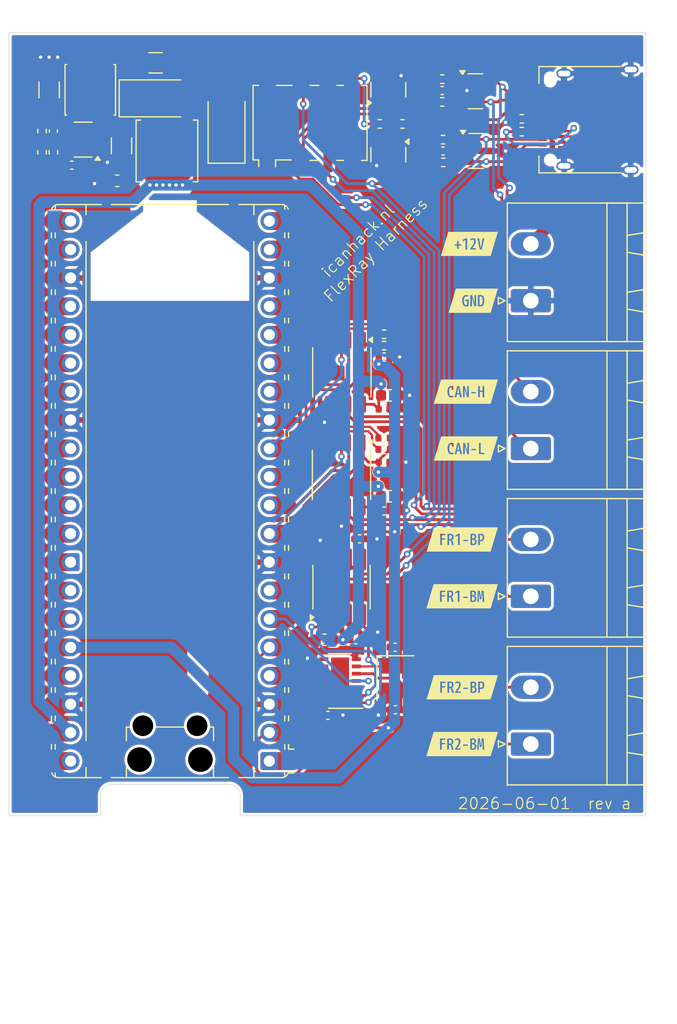
<source format=kicad_pcb>
(kicad_pcb (version 20241229) (generator "pcbnew") (generator_version "9.0")
  (layers (0 "F.Cu" signal) (2 "B.Cu" signal) (13 "F.Paste" user) (15 "B.Paste" user) (5 "F.SilkS" user "F.Silkscreen") (7 "B.SilkS" user "B.Silkscreen") (1 "F.Mask" user) (3 "B.Mask" user) (25 "Edge.Cuts" user))
  (net 0 "")
  (net 1 "/FR1_TXD")
  (net 2 "GND")
  (net 4 "/FR2_TXD")
  (net 5 "/CAN.CS")
  (net 17 "/CAN.MISO")
  (net 21 "/FR2_RXD")
  (net 23 "/FR1_TXEN")
  (net 24 "+5V")
  (net 28 "/CAN.INT")
  (net 30 "+3.3V")
  (net 37 "/FR2_TXEN")
  (net 40 "/CAN.MOSI")
  (net 45 "/FR1_RXD")
  (net 46 "/CAN.SCLK")
  (net 55 "+12V")
  (net 56 "Net-(U9-BOOT)")
  (net 57 "Net-(U9-SW)")
  (net 58 "Net-(U9-FB)")
  (net 59 "Net-(C3-Pad1)")
  (net 60 "Net-(D2-K)")
  (net 61 "Net-(C19-Pad1)")
  (net 62 "/CAN Transceiver/CANL")
  (net 63 "/CAN Transceiver/CANH")
  (net 64 "Net-(U6-OSC2)")
  (net 65 "Net-(U6-OSC1)")
  (net 66 "Net-(D2-A)")
  (net 67 "/OBD-C/CAN1-H")
  (net 68 "/OBD-C/CAN1-L")
  (net 69 "+BATT")
  (net 70 "/BP1")
  (net 71 "/BM1")
  (net 72 "/BP2")
  (net 73 "Net-(U1-STBN)")
  (net 74 "Net-(U1-BGE)")
  (net 75 "Net-(U3-STBN)")
  (net 76 "Net-(U3-BGE)")
  (net 83 "/CAN Controller/RXCAN")
  (net 84 "/CAN Controller/TXCAN")
  (net 93 "/BM2")
  (net 96 "Net-(J6-SBU2)")
  (net 101 "/RELAY")
  (net 104 "Net-(K2-Pad5)")
  (net 106 "Net-(C20-Pad1)")
  (footprint "Module:RaspberryPi_Pico_Common_Unspecified" (layer "F.Cu") (at 80.41 59.99 180)
    (property "Reference" "A1" (hide yes))
    (property "Value" "RaspberryPi_Pico")
  )
  (footprint "Capacitor_SMD:C_0402_1005Metric" (layer "F.Cu") (at 99.568 57.407824)
    (property "Reference" "C32" (hide yes))
    (property "Value" "100n")
  )
  (footprint "kibuzzard-6823347F" (layer "F.Cu") (at 106.563274 64.313)
    (property "Reference" "kibuzzard-6823347F" (hide yes))
    (property "Value" "G***" (hide yes))
  )
  (footprint "Connector_USB:USB_C_Receptacle_Amphenol_12401610E4-2A" (layer "F.Cu") (at 118.8 26.8 90)
    (property "Reference" "J6" (hide yes))
    (property "Value" "USB_C_Receptacle")
  )
  (footprint "kibuzzard-68233446" (layer "F.Cu") (at 107.548205 42.977)
    (property "Reference" "kibuzzard-68233446" (hide yes))
    (property "Value" "G***" (hide yes))
  )
  (footprint "kibuzzard-68233439" (layer "F.Cu") (at 107.206424 37.897)
    (property "Reference" "kibuzzard-68233439" (hide yes))
    (property "Value" "G***" (hide yes))
  )
  (footprint "Resistor_SMD:R_0402_1005Metric" (layer "F.Cu") (at 104.76825 25.207)
    (property "Reference" "R27" (hide yes))
    (property "Value" "60")
  )
  (footprint "Resistor_SMD:R_0402_1005Metric" (layer "F.Cu") (at 104.76825 23.175 180)
    (property "Reference" "R28" (hide yes))
    (property "Value" "60")
  )
  (footprint "Capacitor_SMD:C_0402_1005Metric" (layer "F.Cu") (at 71.628 30.861 180)
    (property "Reference" "C2" (hide yes))
    (property "Value" "100n")
  )
  (footprint "Package_SO:TSSOP-14_4.4x5mm_P0.65mm" (layer "F.Cu") (at 95.7905 49.3705 -90)
    (property "Reference" "U1" (hide yes))
    (property "Value" "NCV7383")
  )
  (footprint "Capacitor_SMD:C_0402_1005Metric" (layer "F.Cu") (at 94.541 80.04)
    (property "Reference" "C23" (hide yes))
    (property "Value" "100n")
  )
  (footprint "Inductor_SMD:L_Sunlord_SWPA5040S" (layer "F.Cu") (at 80.137 29.591 -90)
    (property "Reference" "L4" (hide yes))
    (property "Value" "150uH/SNR5040-151MT")
  )
  (footprint "Capacitor_SMD:C_0402_1005Metric" (layer "F.Cu") (at 99.568 48.006)
    (property "Reference" "C29" (hide yes))
    (property "Value" "100n")
  )
  (footprint "Resistor_SMD:R_0402_1005Metric" (layer "F.Cu") (at 99.187 27.178)
    (property "Reference" "R33" (hide yes))
    (property "Value" "100")
  )
  (footprint "Resistor_SMD:R_0402_1005Metric" (layer "F.Cu") (at 68.961 27.813 -90)
    (property "Reference" "R12" (hide yes))
    (property "Value" "100k")
  )
  (footprint "Fuse:Fuse_1206_3216Metric" (layer "F.Cu") (at 79.121 21.717 180)
    (property "Reference" "F1" (hide yes))
    (property "Value" "250mA BSMD1206-010-60V")
  )
  (footprint "Crystal:Crystal_SMD_Abracon_ABM8G-4Pin_3.2x2.5mm" (layer "F.Cu") (at 100.584 76.708 -90)
    (property "Reference" "Y1" (hide yes))
    (property "Value" "ABM8G-40.000MHZ-4Y-T3")
  )
  (footprint "Resistor_SMD:R_0402_1005Metric" (layer "F.Cu") (at 101.219 27.178)
    (property "Reference" "R34" (hide yes))
    (property "Value" "100")
  )
  (footprint "Capacitor_SMD:C_0402_1005Metric" (layer "F.Cu") (at 100.584 79.532 180)
    (property "Reference" "C24" (hide yes))
    (property "Value" "22p")
  )
  (footprint "Capacitor_SMD:C_1206_3216Metric" (layer "F.Cu") (at 76.073 29.132 -90)
    (property "Reference" "C1" (hide yes))
    (property "Value" "10u,50v")
  )
  (footprint "snapeda:SON65P450X300X90-15N" (layer "F.Cu") (at 95.631 76.962 180)
    (property "Reference" "U6" (hide yes))
    (property "Value" "MCP2518FDT-E/QBB")
  )
  (footprint "Capacitor_SMD:C_0603_1608Metric" (layer "F.Cu") (at 94.234 73.279 180)
    (property "Reference" "C22" (hide yes))
    (property "Value" "22u")
  )
  (footprint "Diode_SMD:D_SMA" (layer "F.Cu") (at 79.375 24.892)
    (property "Reference" "D2" (hide yes))
    (property "Value" "SS34")
  )
  (footprint "Package_TO_SOT_SMD:SOT-23" (layer "F.Cu") (at 107.7935 29.594)
    (property "Reference" "D3" (hide yes))
    (property "Value" "PESD1CAN")
  )
  (footprint "kibuzzard-6823348C" (layer "F.Cu") (at 106.553 69.393)
    (property "Reference" "kibuzzard-6823348C" (hide yes))
    (property "Value" "G***" (hide yes))
  )
  (footprint "Resistor_SMD:R_0402_1005Metric" (layer "F.Cu") (at 104.8445 28.578 180)
    (property "Reference" "R26" (hide yes))
    (property "Value" "60")
  )
  (footprint "Package_TO_SOT_SMD:SOT-23" (layer "F.Cu") (at 99.949 24.13 90)
    (property "Reference" "D1" (hide yes))
    (property "Value" "PESD1FLEX")
  )
  (footprint "kibuzzard-68233457" (layer "F.Cu") (at 106.885192 51.105)
    (property "Reference" "kibuzzard-68233457" (hide yes))
    (property "Value" "G***" (hide yes))
  )
  (footprint "Capacitor_SMD:C_0603_1608Metric" (layer "F.Cu") (at 100.076 60.452)
    (property "Reference" "C34" (hide yes))
    (property "Value" "22u")
  )
  (footprint "Capacitor_SMD:C_0402_1005Metric" (layer "F.Cu") (at 99.568 52.6725)
    (property "Reference" "C30" (hide yes))
    (property "Value" "100n")
  )
  (footprint "Capacitor_SMD:C_0402_1005Metric" (layer "F.Cu") (at 99.568 61.768)
    (property "Reference" "C33" (hide yes))
    (property "Value" "100n")
  )
  (footprint "Connector_Phoenix_MSTB:PhoenixContact_MSTBA_2,5_2-G-5,08_1x02_P5.08mm_Horizontal" (layer "F.Cu") (at 112.7005 69.393 90)
    (property "Reference" "J4" (hide yes))
    (property "Value" "FR1")
  )
  (footprint "Capacitor_SMD:C_0402_1005Metric" (layer "F.Cu") (at 100.556 73.944)
    (property "Reference" "C25" (hide yes))
    (property "Value" "22p")
  )
  (footprint "Connector_Phoenix_MSTB:PhoenixContact_MSTBA_2,5_2-G-5,08_1x02_P5.08mm_Horizontal" (layer "F.Cu") (at 112.7005 82.601 90)
    (property "Reference" "J5" (hide yes))
    (property "Value" "FR2")
  )
  (footprint "Capacitor_SMD:C_1206_3216Metric" (layer "F.Cu") (at 69.596 24.13 90)
    (property "Reference" "C5" (hide yes))
    (property "Value" "10u,50v")
  )
  (footprint "Package_TO_SOT_SMD:SOT-23" (layer "F.Cu") (at 99.949 29.9235 -90)
    (property "Reference" "D4" (hide yes))
    (property "Value" "PESD1FLEX")
  )
  (footprint "Package_TO_SOT_SMD:SOT-23" (layer "F.Cu") (at 107.74525 24.257)
    (property "Reference" "D5" (hide yes))
    (property "Value" "PESD1CAN")
  )
  (footprint "Capacitor_SMD:C_0402_1005Metric" (layer "F.Cu") (at 97.028 73.279)
    (property "Reference" "C27" (hide yes))
    (property "Value" "100n")
  )
  (footprint "kibuzzard-68233495" (layer "F.Cu") (at 106.563274 77.521)
    (property "Reference" "kibuzzard-68233495" (hide yes))
    (property "Value" "G***" (hide yes))
  )
  (footprint "Connector_Phoenix_MSTB:PhoenixContact_MSTBA_2,5_2-G-5,08_1x02_P5.08mm_Horizontal" (layer "F.Cu") (at 112.7005 42.977 90)
    (property "Reference" "J3" (hide yes))
    (property "Value" "POWER")
  )
  (footprint "Resistor_SMD:R_0402_1005Metric" (layer "F.Cu") (at 69.977 29.716 -90)
    (property "Reference" "R13" (hide yes))
    (property "Value" "13.3k")
  )
  (footprint "Resistor_SMD:R_0402_1005Metric" (layer "F.Cu") (at 99.568 46.99 180)
    (property "Reference" "R17" (hide yes))
    (property "Value" "10k")
  )
  (footprint "Capacitor_SMD:C_0402_1005Metric" (layer "F.Cu") (at 97.381 64.262)
    (property "Reference" "C28" (hide yes))
    (property "Value" "100n")
  )
  (footprint "Resistor_SMD:R_0402_1005Metric" (layer "F.Cu") (at 104.8725 30.61)
    (property "Reference" "R25" (hide yes))
    (property "Value" "60")
  )
  (footprint "Resistor_SMD:R_0402_1005Metric" (layer "F.Cu") (at 68.961 29.716 90)
    (property "Reference" "R11" (hide yes))
    (property "Value" "49.9")
  )
  (footprint "Resistor_SMD:R_0402_1005Metric" (layer "F.Cu") (at 99.568 45.974 180)
    (property "Reference" "R16" (hide yes))
    (property "Value" "10k")
  )
  (footprint "Inductor_SMD:L_Changjiang_FNR4026S" (layer "F.Cu") (at 73.279 24.13 -90)
    (property "Reference" "L3" (hide yes))
    (property "Value" "47u/YNR4026-470M")
  )
  (footprint "kibuzzard-6823345E" (layer "F.Cu") (at 106.892041 56.185)
    (property "Reference" "kibuzzard-6823345E" (hide yes))
    (property "Value" "G***" (hide yes))
  )
  (footprint "kibuzzard-6823349B" (layer "F.Cu") (at 106.553 82.601)
    (property "Reference" "kibuzzard-6823349B" (hide yes))
    (property "Value" "G***" (hide yes))
  )
  (footprint "Capacitor_SMD:C_0603_1608Metric" (layer "F.Cu") (at 100.076 51.435)
    (property "Reference" "C31" (hide yes))
    (property "Value" "22u")
  )
  (footprint "Diode_SMD:D_SMA" (layer "F.Cu") (at 85.471 27.178 90)
    (property "Reference" "D6" (hide yes))
    (property "Value" "SS34")
  )
  (footprint "Capacitor_SMD:C_0402_1005Metric" (layer "F.Cu") (at 104.8445 29.594)
    (property "Reference" "C19" (hide yes))
    (property "Value" "4.7n")
  )
  (footprint "Package_SO:TSSOP-14_4.4x5mm_P0.65mm" (layer "F.Cu") (at 95.758 58.547 -90)
    (property "Reference" "U3" (hide yes))
    (property "Value" "NCV7383")
  )
  (footprint "Capacitor_SMD:C_0402_1005Metric" (layer "F.Cu") (at 104.76825 24.191)
    (property "Reference" "C20" (hide yes))
    (property "Value" "4.7n")
  )
  (footprint "Package_TO_SOT_SMD:SOT-23-6" (layer "F.Cu") (at 72.6385 28.575 180)
    (property "Reference" "U9" (hide yes))
    (property "Value" "TPS54302")
  )
  (footprint "Connector_Phoenix_MSTB:PhoenixContact_MSTBA_2,5_2-G-5,08_1x02_P5.08mm_Horizontal" (layer "F.Cu") (at 112.7005 56.185 90)
    (property "Reference" "J2" (hide yes))
    (property "Value" "CAN")
  )
  (footprint "Resistor_SMD:R_0402_1005Metric" (layer "F.Cu") (at 111.89 26.7215 180)
    (property "Reference" "R21" (hide yes))
    (property "Value" "180")
  )
  (footprint "Resistor_SMD:R_0402_1005Metric" (layer "F.Cu") (at 99.568 55.248824 180)
    (property "Reference" "R18" (hide yes))
    (property "Value" "10k")
  )
  (footprint "Resistor_SMD:R_0402_1005Metric" (layer "F.Cu") (at 111.89 27.8645)
    (property "Reference" "R20" (hide yes))
    (property "Value" "1k")
  )
  (footprint "Capacitor_SMD:C_0603_1608Metric" (layer "F.Cu") (at 75.692 32.258 180)
    (property "Reference" "C4" (hide yes))
    (property "Value" "10u")
  )
  (footprint "Capacitor_SMD:C_0402_1005Metric" (layer "F.Cu") (at 69.977 27.811 -90)
    (property "Reference" "C3" (hide yes))
    (property "Value" "75p")
  )
  (footprint "Package_SO:SOIC-8_3.9x4.9mm_P1.27mm" (layer "F.Cu") (at 95.758 68.58 90)
    (property "Reference" "U2" (hide yes))
    (property "Value" "ATA6561-GAQW-N")
  )
  (footprint "Resistor_SMD:R_0402_1005Metric" (layer "F.Cu") (at 99.568 56.264824 180)
    (property "Reference" "R19" (hide yes))
    (property "Value" "10k")
  )
  (footprint "Relay_SMD:Relay_DPDT_Omron_G6K-2F-Y" (layer "F.Cu") (at 92.9415 27.0945 90)
    (property "Reference" "K2" (hide yes))
    (property "Value" "G6K-2")
  )
  (gr_line (start 86.7 87.2) (end 86.7 89) (stroke (width 0.05)) (layer "Edge.Cuts"))
  (gr_line (start 123 19) (end 123 89) (stroke (width 0.05)) (layer "Edge.Cuts"))
  (gr_line (start 75.2 86.2) (end 85.7 86.2) (stroke (width 0.05)) (layer "Edge.Cuts"))
  (gr_arc (start 74.2 87.2) (mid 74.492893 86.492893) (end 75.2 86.2) (stroke (width 0.05)) (layer "Edge.Cuts"))
  (gr_line (start 74.2 89) (end 66 89) (stroke (width 0.05)) (layer "Edge.Cuts"))
  (gr_line (start 86.7 89) (end 123 89) (stroke (width 0.05)) (layer "Edge.Cuts"))
  (gr_line (start 74.2 87.2) (end 74.2 89) (stroke (width 0.05)) (layer "Edge.Cuts"))
  (gr_arc (start 85.7 86.2) (mid 86.407107 86.492893) (end 86.7 87.2) (stroke (width 0.05)) (layer "Edge.Cuts"))
  (gr_line (start 66 89) (end 66 19) (stroke (width 0.05)) (layer "Edge.Cuts"))
  (gr_line (start 123 19) (end 66 19) (stroke (width 0.05)) (layer "Edge.Cuts"))
  (gr_text "FlexRay Harness" (at 94.8 43.3 45) (layer "F.SilkS") (effects (font (size 1 1) (thickness 0.1)) (justify left bottom)))
  (gr_text "icanhack.nl" (at 94.6 41.1 45) (layer "F.SilkS") (effects (font (size 1 1) (thickness 0.1)) (justify left bottom)))
  (gr_text "${CURRENT_DATE}  rev a" (at 106.1 88.5 0) (layer "F.SilkS") (effects (font (size 1 1) (thickness 0.1)) (justify left bottom)))
  (segment (start 97.058 50.135) (end 97.058 46.5405) (width 0.25) (layer "F.Cu") (net 1))
  (segment (start 92.90631 50.927) (end 96.266 50.927) (width 0.25) (layer "F.Cu") (net 1))
  (segment (start 91.68 58.72) (end 92.583 57.817) (width 0.25) (layer "F.Cu") (net 1))
  (segment (start 92.583 57.817) (end 92.583 51.25031) (width 0.25) (layer "F.Cu") (net 1))
  (segment (start 97.058 46.5405) (end 97.0905 46.508) (width 0.25) (layer "F.Cu") (net 1))
  (segment (start 96.266 50.927) (end 97.058 50.135) (width 0.25) (layer "F.Cu") (net 1))
  (segment (start 90.1 58.72) (end 91.68 58.72) (width 0.25) (layer "F.Cu") (net 1))
  (segment (start 92.583 51.25031) (end 92.90631 50.927) (width 0.25) (layer "F.Cu") (net 1))
  (segment (start 114.878 29.8) (end 115.48 29.8) (width 0.2) (layer "F.Cu") (net 2))
  (segment (start 114.628 29.55) (end 114.878 29.8) (width 0.2) (layer "F.Cu") (net 2))
  (segment (start 76.44 30.24) (end 77.686156 30.24) (width 1) (layer "F.Cu") (net 2))
  (segment (start 96.647 74.578) (end 96.647 74.295) (width 0.25) (layer "F.Cu") (net 2))
  (segment (start 99.949 23.1925) (end 100.7595 23.1925) (width 0.25) (layer "F.Cu") (net 2))
  (segment (start 96.801999 74.295) (end 93.573 74.295) (width 0.25) (layer "F.Cu") (net 2))
  (segment (start 100.851 58.210824) (end 100.851 60.452) (width 0.25) (layer "F.Cu") (net 2))
  (segment (start 112.4 27.7415) (end 111.38 26.7215) (width 0.2) (layer "F.Cu") (net 2))
  (segment (start 115.48 24.3) (end 115.48 22.88) (width 0.2) (layer "F.Cu") (net 2))
  (segment (start 93.459 74.181) (end 93.345 74.295) (width 0.25) (layer "F.Cu") (net 2))
  (segment (start 100.048 61.768) (end 100.048 61.255) (width 0.25) (layer "F.Cu") (net 2))
  (segment (start 76.073 30.607) (end 74.807 30.607) (width 1) (layer "F.Cu") (net 2))
  (segment (start 110.434942 29.594) (end 110.440942 29.6) (width 0.25) (layer "F.Cu") (net 2))
  (segment (start 95.7905 52.970499) (end 94.912999 53.848) (width 0.25) (layer "F.Cu") (net 2))
  (segment (start 100.048 57.407824) (end 101.511176 57.407824) (width 0.25) (layer "F.Cu") (net 2))
  (segment (start 100.048 48.006) (end 100.965 48.006) (width 0.25) (layer "F.Cu") (net 2))
  (segment (start 100.104 78.178) (end 99.734 77.808) (width 0.25) (layer "F.Cu") (net 2))
  (segment (start 73.90679 31.476) (end 74.77579 30.607) (width 0.2) (layer "F.Cu") (net 2))
  (segment (start 101.511176 57.407824) (end 101.515 57.404) (width 0.25) (layer "F.Cu") (net 2))
  (segment (start 95.7905 52.233) (end 95.7905 52.970499) (width 0.25) (layer "F.Cu") (net 2))
  (segment (start 95.758 61.4095) (end 95.758 63.119) (width 0.25) (layer "F.Cu") (net 2))
  (segment (start 100.048 52.6725) (end 100.048 52.238) (width 0.25) (layer "F.Cu") (net 2))
  (segment (start 94.912999 53.848) (end 94.234 53.848) (width 0.25) (layer "F.Cu") (net 2))
  (segment (start 97.508 73.279) (end 97.508 73.588999) (width 0.25) (layer "F.Cu") (net 2))
  (segment (start 74.77579 30.607) (end 74.807 30.607) (width 0.2) (layer "F.Cu") (net 2))
  (segment (start 100.048 61.768) (end 101.554 61.768) (width 0.25) (layer "F.Cu") (net 2))
  (segment (start 115.48 30.72) (end 115.69 30.93) (width 0.2) (layer "F.Cu") (net 2))
  (segment (start 95.021 80.04) (end 95.855 80.04) (width 0.25) (layer "F.Cu") (net 2))
  (segment (start 101.036 73.944) (end 101.036 75.21) (width 0.25) (layer "F.Cu") (net 2))
  (segment (start 100.7595 23.1925) (end 101.092 22.86) (width 0.25) (layer "F.Cu") (net 2))
  (segment (start 111.38 26.7215) (end 110.762384 26.7215) (width 0.2) (layer "F.Cu") (net 2))
  (segment (start 101.036 75.21) (end 101.434 75.608) (width 0.25) (layer "F.Cu") (net 2))
  (segment (start 76.073 30.607) (end 76.44 30.24) (width 1) (layer "F.Cu") (net 2))
  (segment (start 112.4 27.7355) (end 112.4 27.8645) (width 0.2) (layer "F.Cu") (net 2))
  (segment (start 70.719 31.476) (end 73.90679 31.476) (width 0.2) (layer "F.Cu") (net 2))
  (segment (start 100.048 52.238) (end 100.851 51.435) (width 0.25) (layer "F.Cu") (net 2))
  (segment (start 108.61675 24.191) (end 108.68275 24.257) (width 0.25) (layer "F.Cu") (net 2))
  (segment (start 97.861 64.262) (end 98.933 64.262) (width 0.25) (layer "F.Cu") (net 2))
  (segment (start 93.345 74.295) (end 92.71 74.93) (width 0.25) (layer "F.Cu") (net 2))
  (segment (start 95.123 71.615) (end 95.123 71.055) (width 0.25) (layer "F.Cu") (net 2))
  (segment (start 93.853 66.105) (end 93.853 64.389) (width 0.25) (layer "F.Cu") (net 2))
  (segment (start 101.554 61.768) (end 101.6 61.722) (width 0.25) (layer "F.Cu") (net 2))
  (segment (start 69.977 30.226) (end 69.977 30.734) (width 0.2) (layer "F.Cu") (net 2))
  (segment (start 77.686156 30.24) (end 78.335156 29.591) (width 1) (layer "F.Cu") (net 2))
  (segment (start 69.977 30.734) (end 70.719 31.476) (width 0.2) (layer "F.Cu") (net 2))
  (segment (start 78.335156 29.591) (end 83.439 29.591) (width 1) (layer "F.Cu") (net 2))
  (segment (start 100.048 57.407824) (end 100.851 58.210824) (width 0.25) (layer "F.Cu") (net 2))
  (segment (start 115.48 29.8) (end 115.48 30.72) (width 0.2) (layer "F.Cu") (net 2))
  (segment (start 113.78 29.55) (end 114.628 29.55) (width 0.2) (layer "F.Cu") (net 2))
  (segment (start 115.48 22.88) (end 115.69 22.67) (width 0.2) (layer "F.Cu") (net 2))
  (segment (start 93.459 73.279) (end 95.123 71.615) (width 0.25) (layer "F.Cu") (net 2))
  (segment (start 100.104 79.532) (end 99.538 79.532) (width 0.25) (layer "F.Cu") (net 2))
  (segment (start 93.573 74.295) (end 93.459 74.181) (width 0.25) (layer "F.Cu") (net 2))
  (segment (start 105.24825 24.191) (end 106.98325 24.191) (width 0.25) (layer "F.Cu") (net 2))
  (segment (start 100.851 51.435) (end 101.854 51.435) (width 0.25) (layer "F.Cu") (net 2))
  (segment (start 74.807 30.607) (end 73.776 29.576) (width 1) (layer "F.Cu") (net 2))
  (segment (start 98.939 30.861) (end 98.9 30.9) (width 0.5) (layer "F.Cu") (net 2))
  (segment (start 100.048 61.255) (end 100.851 60.452) (width 0.25) (layer "F.Cu") (net 2))
  (segment (start 99.538 79.532) (end 99.06 80.01) (width 0.25) (layer "F.Cu") (net 2))
  (segment (start 93.459 73.279) (end 93.459 74.181) (width 0.25) (layer "F.Cu") (net 2))
  (segment (start 108.731 29.594) (end 108.8945 29.594) (width 0.25) (layer "F.Cu") (net 2))
  (segment (start 105.3245 29.594) (end 108.731 29.594) (width 0.25) (layer "F.Cu") (net 2))
  (segment (start 97.081 75.012) (end 96.647 74.578) (width 0.25) (layer "F.Cu") (net 2))
  (segment (start 112.4 27.8645) (end 112.4 27.7415) (width 0.2) (layer "F.Cu") (net 2))
  (segment (start 95.855 80.04) (end 95.885 80.01) (width 0.25) (layer "F.Cu") (net 2))
  (segment (start 100.104 79.532) (end 100.104 78.178) (width 0.25) (layer "F.Cu") (net 2))
  (segment (start 110.762384 26.7215) (end 110.441942 27.041942) (width 0.2) (layer "F.Cu") (net 2))
  (segment (start 106.98325 24.191) (end 108.61675 24.191) (width 0.25) (layer "F.Cu") (net 2))
  (segment (start 99.949 30.861) (end 98.939 30.861) (width 0.5) (layer "F.Cu") (net 2))
  (segment (start 97.508 73.588999) (end 96.801999 74.295) (width 0.25) (layer "F.Cu") (net 2))
  (segment (start 108.731 29.594) (end 110.434942 29.594) (width 0.25) (layer "F.Cu") (net 2))
  (via (at 101.6 61.722) (size 0.6) (drill 0.3) (layers "F.Cu" "B.Cu") (net 2))
  (via (at 93.853 64.389) (size 0.6) (drill 0.3) (layers "F.Cu" "B.Cu") (net 2))
  (via (at 70.358 21.209) (size 0.6) (drill 0.3) (layers "F.Cu" "B.Cu") (net 2))
  (via (at 101.515 57.404) (size 0.6) (drill 0.3) (layers "F.Cu" "B.Cu") (net 2))
  (via (at 100.965 48.006) (size 0.6) (drill 0.3) (layers "F.Cu" "B.Cu") (net 2))
  (via (at 95.885 80.01) (size 0.6) (drill 0.3) (layers "F.Cu" "B.Cu") (net 2))
  (via (at 73.66 32.512) (size 0.6) (drill 0.3) (layers "F.Cu" "B.Cu") (net 2))
  (via (at 110.440942 29.6) (size 0.6) (drill 0.3) (layers "F.Cu" "B.Cu") (net 2))
  (via (at 98.933 64.262) (size 0.6) (drill 0.3) (layers "F.Cu" "B.Cu") (net 2))
  (via (at 110.441942 27.041942) (size 0.6) (drill 0.3) (layers "F.Cu" "B.Cu") (net 2))
  (via (at 95.758 63.119) (size 0.6) (drill 0.3) (layers "F.Cu" "B.Cu") (net 2))
  (via (at 74.807 30.607) (size 0.6) (drill 0.3) (layers "F.Cu" "B.Cu") (net 2))
  (via (at 98.9 30.9) (size 0.6) (drill 0.3) (layers "F.Cu" "B.Cu") (net 2))
  (via (at 101.854 51.435) (size 0.6) (drill 0.3) (layers "F.Cu" "B.Cu") (net 2))
  (via (at 94.234 53.848) (size 0.6) (drill 0.3) (layers "F.Cu" "B.Cu") (net 2))
  (via (at 92.71 74.93) (size 0.6) (drill 0.3) (layers "F.Cu" "B.Cu") (net 2))
  (via (at 106.98325 24.191) (size 0.6) (drill 0.3) (layers "F.Cu" "B.Cu") (net 2))
  (via (at 99 72.6) (size 0.6) (drill 0.3) (layers "F.Cu" "B.Cu") (net 2))
  (via (at 69.596 21.209) (size 0.6) (drill 0.3) (layers "F.Cu" "B.Cu") (net 2))
  (via (at 101.092 22.86) (size 0.6) (drill 0.3) (layers "F.Cu" "B.Cu") (net 2))
  (via (at 68.834 21.209) (size 0.6) (drill 0.3) (layers "F.Cu" "B.Cu") (net 2))
  (via (at 99.06 80.01) (size 0.6) (drill 0.3) (layers "F.Cu" "B.Cu") (net 2))
  (segment (start 92.4 68.001) (end 92.4 61.283226) (width 0.25) (layer "F.Cu") (net 4))
  (segment (start 90.1 68.88) (end 91.521 68.88) (width 0.25) (layer "F.Cu") (net 4))
  (segment (start 97.028 57.912) (end 97.028 55.7145) (width 0.25) (layer "F.Cu") (net 4))
  (segment (start 92.4 61.283226) (end 95.066113 58.617113) (width 0.25) (layer "F.Cu") (net 4))
  (segment (start 96.322887 58.617113) (end 97.028 57.912) (width 0.25) (layer "F.Cu") (net 4))
  (segment (start 95.066113 58.617113) (end 96.322887 58.617113) (width 0.25) (layer "F.Cu") (net 4))
  (segment (start 97.028 55.7145) (end 97.058 55.6845) (width 0.25) (layer "F.Cu") (net 4))
  (segment (start 91.521 68.88) (end 92.4 68.001) (width 0.25) (layer "F.Cu") (net 4))
  (segment (start 88.826522 85.246) (end 88.831522 85.251) (width 0.25) (layer "F.Cu") (net 5))
  (segment (start 90.1 81.58) (end 88.92 81.58) (width 0.25) (layer "F.Cu") (net 5))
  (segment (start 93.161 78.891366) (end 93.790366 78.262) (width 0.25) (layer "F.Cu") (net 5))
  (segment (start 91.71995 85.251) (end 93.161 83.80995) (width 0.25) (layer "F.Cu") (net 5))
  (segment (start 88.169 82.331) (end 88.169 84.938418) (width 0.25) (layer "F.Cu") (net 5))
  (segment (start 93.161 83.80995) (end 93.161 78.891366) (width 0.25) (layer "F.Cu") (net 5))
  (segment (start 88.476582 85.246) (end 88.826522 85.246) (width 0.25) (layer "F.Cu") (net 5))
  (segment (start 88.169 84.938418) (end 88.476582 85.246) (width 0.25) (layer "F.Cu") (net 5))
  (segment (start 93.790366 78.262) (end 94.181 78.262) (width 0.25) (layer "F.Cu") (net 5))
  (segment (start 88.831522 85.251) (end 91.71995 85.251) (width 0.25) (layer "F.Cu") (net 5))
  (segment (start 88.92 81.58) (end 88.169 82.331) (width 0.25) (layer "F.Cu") (net 5))
  (segment (start 92.71 83.566) (end 92.71 78.704556) (width 0.25) (layer "F.Cu") (net 17))
  (segment (start 93.802556 77.612) (end 94.181 77.612) (width 0.25) (layer "F.Cu") (net 17))
  (segment (start 92.71 78.704556) (end 93.802556 77.612) (width 0.25) (layer "F.Cu") (net 17))
  (segment (start 92.156 84.12) (end 92.71 83.566) (width 0.25) (layer "F.Cu") (net 17))
  (segment (start 89.3 84.12) (end 92.156 84.12) (width 0.25) (layer "F.Cu") (net 17))
  (segment (start 95.758 56.896) (end 95.758 55.6845) (width 0.25) (layer "F.Cu") (net 21))
  (via (at 95.758 56.896) (size 0.6) (drill 0.3) (layers "F.Cu" "B.Cu") (net 21))
  (segment (start 95.758 57.342) (end 95.758 56.896) (width 0.25) (layer "B.Cu") (net 21))
  (segment (start 89.3 63.8) (end 95.758 57.342) (width 0.25) (layer "B.Cu") (net 21))
  (segment (start 92.0955 51.1) (end 90.1 51.1) (width 0.25) (layer "F.Cu") (net 23))
  (segment (start 96.408 50.14719) (end 96.07919 50.476) (width 0.25) (layer "F.Cu") (net 23))
  (segment (start 96.4405 46.508) (end 96.408 46.5405) (width 0.25) (layer "F.Cu") (net 23))
  (segment (start 96.408 46.5405) (end 96.408 50.14719) (width 0.25) (layer "F.Cu") (net 23))
  (segment (start 96.07919 50.476) (end 92.7195 50.476) (width 0.25) (layer "F.Cu") (net 23))
  (segment (start 92.7195 50.476) (end 92.0955 51.1) (width 0.25) (layer "F.Cu") (net 23))
  (segment (start 74.46789 31.482) (end 75.18684 31.482) (width 0.2) (layer "F.Cu") (net 24))
  (segment (start 99.301 60.452) (end 99.187 60.566) (width 0.25) (layer "F.Cu") (net 24))
  (segment (start 99.301 59.804) (end 99.06 59.563) (width 0.25) (layer "F.Cu") (net 24))
  (segment (start 77.652 31.441) (end 76.835 32.258) (width 1) (layer "F.Cu") (net 24))
  (segment (start 69.85 31.877) (end 74.07289 31.877) (width 0.2) (layer "F.Cu") (net 24))
  (segment (start 97.7405 52.233) (end 98.6485 52.233) (width 0.25) (layer "F.Cu") (net 24))
  (segment (start 99.187 61.669) (end 99.088 61.768) (width 0.25) (layer "F.Cu") (net 24))
  (segment (start 95.885 73.279) (end 95.758 73.279) (width 0.25) (layer "F.Cu") (net 24))
  (segment (start 76.835 32.258) (end 76.467 32.258) (width 1) (layer "F.Cu") (net 24))
  (segment (start 98.7295 61.4095) (end 99.088 61.768) (width 0.25) (layer "F.Cu") (net 24))
  (segment (start 68.961 30.988) (end 69.85 31.877) (width 0.2) (layer "F.Cu") (net 24))
  (segment (start 80.137 31.441) (end 77.652 31.441) (width 1) (layer "F.Cu") (net 24))
  (segment (start 75.18684 31.482) (end 75.18784 31.483) (width 0.2) (layer "F.Cu") (net 24))
  (segment (start 95.885 73.279) (end 96.548 73.279) (width 0.25) (layer "F.Cu") (net 24))
  (segment (start 74.07289 31.877) (end 74.46789 31.482) (width 0.2) (layer "F.Cu") (net 24))
  (segment (start 97.708 61.4095) (end 98.7295 61.4095) (width 0.25) (layer "F.Cu") (net 24))
  (segment (start 75.692 31.483) (end 76.467 32.258) (width 0.2) (layer "F.Cu") (net 24))
  (segment (start 68.961 30.226) (end 68.961 30.988) (width 0.2) (layer "F.Cu") (net 24))
  (segment (start 99.187 60.566) (end 99.187 61.669) (width 0.25) (layer "F.Cu") (net 24))
  (segment (start 99.301 50.419) (end 99.301 51.435) (width 0.25) (layer "F.Cu") (net 24))
  (segment (start 99.301 60.452) (end 99.301 59.804) (width 0.25) (layer "F.Cu") (net 24))
  (segment (start 98.6485 52.233) (end 99.088 52.6725) (width 0.25) (layer "F.Cu") (net 24))
  (segment (start 99.088 51.648) (end 99.301 51.435) (width 0.25) (layer "F.Cu") (net 24))
  (segment (start 96.393 71.055) (end 96.393 73.124) (width 0.25) (layer "F.Cu") (net 24))
  (segment (start 99.088 52.6725) (end 99.088 51.648) (width 0.25) (layer "F.Cu") (net 24))
  (segment (start 75.18784 31.483) (end 75.692 31.483) (width 0.2) (layer "F.Cu") (net 24))
  (segment (start 96.393 73.124) (end 96.548 73.279) (width 0.25) (layer "F.Cu") (net 24))
  (segment (start 95.009 73.279) (end 95.885 73.279) (width 0.25) (layer "F.Cu") (net 24))
  (via (at 99.301 50.419) (size 0.6) (drill 0.3) (layers "F.Cu" "B.Cu") (net 24))
  (via (at 78.613 32.639) (size 0.6) (drill 0.3) (layers "F.Cu" "B.Cu") (net 24))
  (via (at 80.3656 32.639) (size 0.6) (drill 0.3) (layers "F.Cu" "B.Cu") (net 24))
  (via (at 99.06 59.563) (size 0.6) (drill 0.3) (layers "F.Cu" "B.Cu") (net 24))
  (via (at 95.885 73.279) (size 0.6) (drill 0.3) (layers "F.Cu" "B.Cu") (net 24))
  (via (at 81.534 32.639) (size 0.6) (drill 0.3) (layers "F.Cu" "B.Cu") (net 24))
  (via (at 79.7814 32.639) (size 0.6) (drill 0.3) (layers "F.Cu" "B.Cu") (net 24))
  (via (at 79.1972 32.639) (size 0.6) (drill 0.3) (layers "F.Cu" "B.Cu") (net 24))
  (via (at 80.9498 32.639) (size 0.6) (drill 0.3) (layers "F.Cu" "B.Cu") (net 24))
  (segment (start 99.06 59.563) (end 97.282 59.563) (width 1) (layer "B.Cu") (net 24))
  (segment (start 68.961 34.163) (end 68.707 34.417) (width 1) (layer "B.Cu") (net 24))
  (segment (start 97.282 59.563) (end 97.282 50.165) (width 1) (layer "B.Cu") (net 24))
  (segment (start 79.629 32.639) (end 79.121 32.639) (width 1) (layer "B.Cu") (net 24))
  (segment (start 80.137 32.639) (end 79.629 32.639) (width 1) (layer "B.Cu") (net 24))
  (segment (start 95.885 73.279) (end 97.282 71.882) (width 1) (layer "B.Cu") (net 24))
  (segment (start 97.282 71.882) (end 97.282 59.563) (width 1) (layer "B.Cu") (net 24))
  (segment (start 81.661 32.639) (end 80.645 32.639) (width 1) (layer "B.Cu") (net 24))
  (segment (start 92.964 32.639) (end 97.282 36.957) (width 1) (layer "B.Cu") (net 24))
  (segment (start 68.707 78.767) (end 71.52 81.58) (width 1) (layer "B.Cu") (net 24))
  (segment (start 68.707 34.417) (end 68.707 78.767) (width 1) (layer "B.Cu") (net 24))
  (segment (start 99.047 50.165) (end 97.282 50.165) (width 1) (layer "B.Cu") (net 24))
  (segment (start 78.613 32.639) (end 77.089 34.163) (width 1) (layer "B.Cu") (net 24))
  (segment (start 79.121 32.639) (end 78.613 32.639) (width 1) (layer "B.Cu") (net 24))
  (segment (start 81.661 32.639) (end 92.964 32.639) (width 1) (layer "B.Cu") (net 24))
  (segment (start 97.282 36.957) (end 97.282 50.165) (width 1) (layer "B.Cu") (net 24))
  (segment (start 80.645 32.639) (end 80.137 32.639) (width 1) (layer "B.Cu") (net 24))
  (segment (start 77.089 34.163) (end 68.961 34.163) (width 1) (layer "B.Cu") (net 24))
  (segment (start 99.301 50.419) (end 99.047 50.165) (width 1) (layer "B.Cu") (net 24))
  (segment (start 97.081 76.962) (end 98.171 76.962) (width 0.2) (layer "F.Cu") (net 28))
  (via (at 98.171 76.962) (size 0.6) (drill 0.3) (layers "F.Cu" "B.Cu") (net 28))
  (segment (start 90.724 71.42) (end 96.266 76.962) (width 0.25) (layer "B.Cu") (net 28))
  (segment (start 89.3 71.42) (end 90.724 71.42) (width 0.25) (layer "B.Cu") (net 28))
  (segment (start 96.266 76.962) (end 98.171 76.962) (width 0.25) (layer "B.Cu") (net 28))
  (segment (start 99.088 48.641) (end 99.088 48.006) (width 0.25) (layer "F.Cu") (net 30))
  (segment (start 96.901 64.262) (end 96.901 64.135) (width 0.25) (layer "F.Cu") (net 30))
  (segment (start 99.088 58.265) (end 99.06 58.293) (width 0.25) (layer "F.Cu") (net 30))
  (segment (start 100.078 46.99) (end 99.088 47.98) (width 0.25) (layer "F.Cu") (net 30))
  (segment (start 97.708 55.6845) (end 97.708 56.941) (width 0.25) (layer "F.Cu") (net 30))
  (segment (start 99.088 57.407824) (end 99.088 58.265) (width 0.25) (layer "F.Cu") (net 30))
  (segment (start 99.949 81.153) (end 94.488 81.153) (width 0.25) (layer "F.Cu") (net 30))
  (segment (start 98.174824 57.407824) (end 99.088 57.407824) (width 0.25) (layer "F.Cu") (net 30))
  (segment (start 94.181 79.92) (end 94.061 80.04) (width 0.25) (layer "F.Cu") (net 30))
  (segment (start 97.663 66.105) (end 97.663 65.130001) (width 0.25) (layer "F.Cu") (net 30))
  (segment (start 97.7405 46.6585) (end 99.088 48.006) (width 0.25) (layer "F.Cu") (net 30))
  (segment (start 94.061 80.726) (end 94.061 80.04) (width 0.25) (layer "F.Cu") (net 30))
  (segment (start 100.078 55.248824) (end 100.078 56.264824) (width 0.25) (layer "F.Cu") (net 30))
  (segment (start 96.901 64.368001) (end 96.901 64.262) (width 0.25) (layer "F.Cu") (net 30))
  (segment (start 99.088 47.98) (end 99.088 48.006) (width 0.25) (layer "F.Cu") (net 30))
  (segment (start 100.078 56.264824) (end 99.088 57.254824) (width 0.25) (layer "F.Cu") (net 30))
  (segment (start 94.181 78.912) (end 94.181 79.92) (width 0.25) (layer "F.Cu") (net 30))
  (segment (start 99.088 57.254824) (end 99.088 57.407824) (width 0.25) (layer "F.Cu") (net 30))
  (segment (start 97.7405 46.508) (end 97.7405 46.6585) (width 0.25) (layer "F.Cu") (net 30))
  (segment (start 94.488 81.153) (end 94.061 80.726) (width 0.25) (layer "F.Cu") (net 30))
  (segment (start 97.663 65.130001) (end 96.901 64.368001) (width 0.25) (layer "F.Cu") (net 30))
  (segment (start 97.409 63.627) (end 100.515 63.627) (width 0.25) (layer "F.Cu") (net 30))
  (segment (start 100.078 45.974) (end 100.078 46.99) (width 0.25) (layer "F.Cu") (net 30))
  (segment (start 97.708 56.941) (end 98.174824 57.407824) (width 0.25) (layer "F.Cu") (net 30))
  (segment (start 96.901 64.135) (end 97.409 63.627) (width 0.25) (layer "F.Cu") (net 30))
  (via (at 99.949 81.153) (size 0.6) (drill 0.3) (layers "F.Cu" "B.Cu") (net 30))
  (via (at 100.515 63.627) (size 0.6) (drill 0.3) (layers "F.Cu" "B.Cu") (net 30))
  (via (at 99.088 48.641) (size 0.6) (drill 0.3) (layers "F.Cu" "B.Cu") (net 30))
  (via (at 99.06 58.293) (size 0.6) (drill 0.3) (layers "F.Cu" "B.Cu") (net 30))
  (segment (start 99.088 48.641) (end 99.215 48.768) (width 1) (layer "B.Cu") (net 30))
  (segment (start 86.106 79.502) (end 86.106 83.9) (width 1) (layer "B.Cu") (net 30))
  (segment (start 95.481 85.621) (end 99.949 81.153) (width 1) (layer "B.Cu") (net 30))
  (segment (start 80.564 73.96) (end 86.106 79.502) (width 1) (layer "B.Cu") (net 30))
  (segment (start 100.515 49.66753) (end 100.515 63.627) (width 1) (layer "B.Cu") (net 30))
  (segment (start 100.515 63.627) (end 100.5 63.642) (width 1) (layer "B.Cu") (net 30))
  (segment (start 71.52 73.96) (end 80.564 73.96) (width 1) (layer "B.Cu") (net 30))
  (segment (start 99.61547 48.768) (end 100.515 49.66753) (width 1) (layer "B.Cu") (net 30))
  (segment (start 86.106 83.9) (end 87.827 85.621) (width 1) (layer "B.Cu") (net 30))
  (segment (start 99.949 58.293) (end 99.06 58.293) (width 1) (layer "B.Cu") (net 30))
  (segment (start 87.827 85.621) (end 95.481 85.621) (width 1) (layer "B.Cu") (net 30))
  (segment (start 100.5 80.602) (end 99.949 81.153) (width 1) (layer "B.Cu") (net 30))
  (segment (start 99.215 48.768) (end 99.61547 48.768) (width 1) (layer "B.Cu") (net 30))
  (segment (start 100.5 63.642) (end 100.5 80.602) (width 1) (layer "B.Cu") (net 30))
  (segment (start 90.1 61.26) (end 91.785416 61.26) (width 0.25) (layer "F.Cu") (net 37))
  (segment (start 91.785416 61.26) (end 94.879303 58.166113) (width 0.25) (layer "F.Cu") (net 37))
  (segment (start 96.408 57.89419) (end 96.408 55.6845) (width 0.25) (layer "F.Cu") (net 37))
  (segment (start 94.879303 58.166113) (end 96.136077 58.166113) (width 0.25) (layer "F.Cu") (net 37))
  (segment (start 96.136077 58.166113) (end 96.408 57.89419) (width 0.25) (layer "F.Cu") (net 37))
  (segment (start 88.1 75.16) (end 88.1 77.1) (width 0.25) (layer "F.Cu") (net 40))
  (segment (start 88.8 77.8) (end 91.464 77.8) (width 0.25) (layer "F.Cu") (net 40))
  (segment (start 91.464 77.8) (end 92.302 76.962) (width 0.25) (layer "F.Cu") (net 40))
  (segment (start 88.1 77.1) (end 88.8 77.8) (width 0.25) (layer "F.Cu") (net 40))
  (segment (start 92.302 76.962) (end 94.181 76.962) (width 0.25) (layer "F.Cu") (net 40))
  (segment (start 89.3 73.96) (end 88.1 75.16) (width 0.25) (layer "F.Cu") (net 40))
  (segment (start 95.758 46.5405) (end 95.7905 46.508) (width 0.25) (layer "F.Cu") (net 45))
  (segment (start 95.758 48.26) (end 95.758 46.5405) (width 0.25) (layer "F.Cu") (net 45))
  (via (at 95.758 48.26) (size 0.6) (drill 0.3) (layers "F.Cu" "B.Cu") (net 45))
  (segment (start 95.758 49.722) (end 95.758 48.26) (width 0.25) (layer "B.Cu") (net 45))
  (segment (start 89.3 56.18) (end 95.758 49.722) (width 0.25) (layer "B.Cu") (net 45))
  (segment (start 90.1 76.5) (end 90.288 76.312) (width 0.25) (layer "F.Cu") (net 46))
  (segment (start 90.288 76.312) (end 94.181 76.312) (width 0.25) (layer "F.Cu") (net 46))
  (segment (start 73.279 25.63) (end 74.046 25.63) (width 1) (layer "F.Cu") (net 55))
  (segment (start 73.776 27.625) (end 76.041 27.625) (width 0.5) (layer "F.Cu") (net 55))
  (segment (start 73.254 25.605) (end 73.279 25.63) (width 1) (layer "F.Cu") (net 55))
  (segment (start 76.041 27.625) (end 76.073 27.657) (width 0.5) (layer "F.Cu") (net 55))
  (segment (start 74.046 25.63) (end 76.073 27.657) (width 1) (layer "F.Cu") (net 55))
  (segment (start 69.596 25.605) (end 73.254 25.605) (width 1) (layer "F.Cu") (net 55))
  (segment (start 71.148 30.861) (end 71.148 29.878) (width 0.25) (layer "F.Cu") (net 56))
  (segment (start 71.148 29.878) (end 71.501 29.525) (width 0.25) (layer "F.Cu") (net 56))
  (segment (start 77.216 29.21) (end 78.685 27.741) (width 0.5) (layer "F.Cu") (net 57))
  (segment (start 73.776 28.575) (end 74.438499 28.575) (width 0.5) (layer "F.Cu") (net 57))
  (segment (start 75.073499 29.21) (end 77.216 29.21) (width 0.5) (layer "F.Cu") (net 57))
  (segment (start 72.108 30.861) (end 72.644 30.325) (width 0.25) (layer "F.Cu") (net 57))
  (segment (start 78.685 27.741) (end 80.137 27.741) (width 0.5) (layer "F.Cu") (net 57))
  (segment (start 72.644 30.325) (end 72.644 28.829) (width 0.25) (layer "F.Cu") (net 57))
  (segment (start 74.438499 28.575) (end 75.073499 29.21) (width 0.5) (layer "F.Cu") (net 57))
  (segment (start 72.644 28.829) (end 72.898 28.575) (width 0.25) (layer "F.Cu") (net 57))
  (segment (start 72.898 28.575) (end 73.776 28.575) (width 0.25) (layer "F.Cu") (net 57))
  (segment (start 68.961 28.323) (end 69.945 28.323) (width 0.25) (layer "F.Cu") (net 58))
  (segment (start 71.501 27.625) (end 70.838501 27.625) (width 0.25) (layer "F.Cu") (net 58))
  (segment (start 70.172501 28.291) (end 69.977 28.291) (width 0.25) (layer "F.Cu") (net 58))
  (segment (start 70.838501 27.625) (end 70.172501 28.291) (width 0.25) (layer "F.Cu") (net 58))
  (segment (start 69.945 28.323) (end 69.977 28.291) (width 0.25) (layer "F.Cu") (net 58))
  (segment (start 69.977 29.206) (end 69.977 28.291) (width 0.25) (layer "F.Cu") (net 58))
  (segment (start 68.455 29.206) (end 68.961 29.206) (width 0.25) (layer "F.Cu") (net 59))
  (segment (start 68.453 27.303) (end 68.315 27.441) (width 0.25) (layer "F.Cu") (net 59))
  (segment (start 68.315 29.066) (end 68.455 29.206) (width 0.25) (layer "F.Cu") (net 59))
  (segment (start 68.989 27.331) (end 68.961 27.303) (width 0.25) (layer "F.Cu") (net 59))
  (segment (start 68.315 27.441) (end 68.315 29.066) (width 0.25) (layer "F.Cu") (net 59))
  (segment (start 69.977 27.331) (end 68.989 27.331) (width 0.25) (layer "F.Cu") (net 59))
  (segment (start 68.961 27.303) (end 68.453 27.303) (width 0.25) (layer "F.Cu") (net 59))
  (segment (start 75.113 22.63) (end 77.375 24.892) (width 1) (layer "F.Cu") (net 60))
  (segment (start 73.279 22.63) (end 75.113 22.63) (width 1) (layer "F.Cu") (net 60))
  (segment (start 104.3645 29.606904) (end 105.367596 30.61) (width 0.25) (layer "F.Cu") (net 61))
  (segment (start 105.3545 28.578) (end 104.3645 29.568) (width 0.25) (layer "F.Cu") (net 61))
  (segment (start 104.3645 29.568) (end 104.3645 29.594) (width 0.25) (layer "F.Cu") (net 61))
  (segment (start 105.367596 30.61) (end 105.3825 30.61) (width 0.25) (layer "F.Cu") (net 61))
  (segment (start 104.3645 29.594) (end 104.3645 29.606904) (width 0.25) (layer "F.Cu") (net 61))
  (segment (start 104.3345 28.578) (end 104.3345 28.4025) (width 0.25) (layer "F.Cu") (net 62))
  (segment (start 113.78 28.55) (end 108.7 28.55) (width 0.25) (layer "F.Cu") (net 62))
  (segment (start 97.311678 67.406) (end 96.393 66.487322) (width 0.25) (layer "F.Cu") (net 62))
  (segment (start 104.3345 28.578) (end 104.9805 27.932) (width 0.25) (layer "F.Cu") (net 62))
  (segment (start 108.7 28.55) (end 106.95 28.55) (width 0.25) (layer "F.Cu") (net 62))
  (segment (start 99.853 67.406) (end 97.311678 67.406) (width 0.25) (layer "F.Cu") (net 62))
  (segment (start 96.393 66.487322) (end 96.393 66.105) (width 0.25) (layer "F.Cu") (net 62))
  (segment (start 101.6295 65.6295) (end 99.853 67.406) (width 0.25) (layer "F.Cu") (net 62))
  (segment (start 106.95 28.55) (end 106.856 28.644) (width 0.25) (layer "F.Cu") (net 62))
  (segment (start 106.144 27.932) (end 106.856 28.644) (width 0.25) (layer "F.Cu") (net 62))
  (segment (start 104.9805 27.932) (end 106.144 27.932) (width 0.25) (layer "F.Cu") (net 62))
  (via (at 101.6295 65.6295) (size 0.6) (drill 0.3) (layers "F.Cu" "B.Cu") (net 62))
  (via (at 108.7 28.55) (size 0.6) (drill 0.3) (layers "F.Cu" "B.Cu") (net 62))
  (segment (start 108.7 28.55) (end 108.7 29.6) (width 0.25) (layer "B.Cu") (net 62))
  (segment (start 108.7 29.6) (end 104.949 33.351) (width 0.25) (layer "B.Cu") (net 62))
  (segment (start 104.949 33.351) (end 104.949 62.31) (width 0.25) (layer "B.Cu") (net 62))
  (segment (start 104.949 62.31) (end 101.6295 65.6295) (width 0.25) (layer "B.Cu") (net 62))
  (segment (start 95.123 66.487322) (end 95.123 66.105) (width 0.25) (layer "F.Cu") (net 63))
  (segment (start 106.144 31.256) (end 106.856 30.544) (width 0.25) (layer "F.Cu") (net 63))
  (segment (start 104.3625 30.61) (end 105.0085 31.256) (width 0.25) (layer "F.Cu") (net 63))
  (segment (start 95.123 66.105) (end 95.123 66.664694) (width 0.25) (layer "F.Cu") (net 63))
  (segment (start 110.756 30.544) (end 108.7 30.544) (width 0.25) (layer "F.Cu") (net 63))
  (segment (start 105.0085 31.256) (end 106.144 31.256) (width 0.25) (layer "F.Cu") (net 63))
  (segment (start 112.25 29.05) (end 110.756 30.544) (width 0.25) (layer "F.Cu") (net 63))
  (segment (start 108.7 30.544) (end 106.856 30.544) (width 0.25) (layer "F.Cu") (net 63))
  (segment (start 101.538919 66.638919) (end 100.320837 67.857) (width 0.25) (layer "F.Cu") (net 63))
  (segment (start 100.320837 67.857) (end 96.492678 67.857) (width 0.25) (layer "F.Cu") (net 63))
  (segment (start 96.492678 67.857) (end 95.123 66.487322) (width 0.25) (layer "F.Cu") (net 63))
  (segment (start 113.78 29.05) (end 112.25 29.05) (width 0.25) (layer "F.Cu") (net 63))
  (via (at 108.7 30.544) (size 0.6) (drill 0.3) (layers "F.Cu" "B.Cu") (net 63))
  (via (at 101.538919 66.638919) (size 0.6) (drill 0.3) (layers "F.Cu" "B.Cu") (net 63))
  (segment (start 105.4 33.53781) (end 105.4 62.744298) (width 0.25) (layer "B.Cu") (net 63))
  (segment (start 108.39381 30.544) (end 105.4 33.53781) (width 0.25) (layer "B.Cu") (net 63))
  (segment (start 101.538919 66.605379) (end 101.538919 66.638919) (width 0.25) (layer "B.Cu") (net 63))
  (segment (start 105.4 62.744298) (end 101.538919 66.605379) (width 0.25) (layer "B.Cu") (net 63))
  (segment (start 108.7 30.544) (end 108.39381 30.544) (width 0.25) (layer "B.Cu") (net 63))
  (segment (start 98.986 76.708) (end 100.6485 76.708) (width 0.25) (layer "F.Cu") (net 64))
  (segment (start 101.064 79.532) (end 101.064 78.178) (width 0.25) (layer "F.Cu") (net 64))
  (segment (start 101.064 78.178) (end 101.434 77.808) (width 0.25) (layer "F.Cu") (net 64))
  (segment (start 98.59 76.312) (end 98.986 76.708) (width 0.25) (layer "F.Cu") (net 64))
  (segment (start 97.081 76.312) (end 98.59 76.312) (width 0.25) (layer "F.Cu") (net 64))
  (segment (start 101.434 77.4935) (end 101.434 77.808) (width 0.25) (layer "F.Cu") (net 64))
  (segment (start 100.6485 76.708) (end 101.434 77.4935) (width 0.25) (layer "F.Cu") (net 64))
  (segment (start 100.076 73.944) (end 100.076 75.266) (width 0.25) (layer "F.Cu") (net 65))
  (segment (start 100.076 75.266) (end 99.734 75.608) (width 0.25) (layer "F.Cu") (net 65))
  (segment (start 99.68 75.662) (end 99.734 75.608) (width 0.2) (layer "F.Cu") (net 65))
  (segment (start 97.081 75.662) (end 99.68 75.662) (width 0.2) (layer "F.Cu") (net 65))
  (segment (start 77.721 21.717) (end 80.896 24.892) (width 1) (layer "F.Cu") (net 66))
  (segment (start 80.896 24.892) (end 81.375 24.892) (width 1) (layer "F.Cu") (net 66))
  (segment (start 110.5745 48.979) (end 110.5745 33.4) (width 0.25) (layer "F.Cu") (net 67))
  (segment (start 105.97975 22.479) (end 104.95425 22.479) (width 0.25) (layer "F.Cu") (net 67))
  (segment (start 112.2 24.55) (end 110.83225 24.55) (width 0.25) (layer "F.Cu") (net 67))
  (segment (start 104.95425 22.479) (end 104.25825 23.175) (width 0.25) (layer "F.Cu") (net 67))
  (segment (start 109.58925 23.307) (end 106.80775 23.307) (width 0.25) (layer "F.Cu") (net 67))
  (segment (start 112.7005 51.105) (end 110.5745 48.979) (width 0.25) (layer "F.Cu") (net 67))
  (segment (start 110.5745 33.4) (end 110.5745 33.1255) (width 0.25) (layer "F.Cu") (net 67))
  (segment (start 112.2 24.55) (end 113.78 24.55) (width 0.25) (layer "F.Cu") (net 67))
  (segment (start 110.5745 33.1255) (end 110.8 32.9) (width 0.25) (layer "F.Cu") (net 67))
  (segment (start 110.83225 24.55) (end 110.15825 23.876) (width 0.25) (layer "F.Cu") (net 67))
  (segment (start 110.15825 23.876) (end 109.58925 23.307) (width 0.25) (layer "F.Cu") (net 67))
  (segment (start 106.80775 23.307) (end 105.97975 22.479) (width 0.25) (layer "F.Cu") (net 67))
  (via (at 110.8 32.9) (size 0.6) (drill 0.3) (layers "F.Cu" "B.Cu") (net 67))
  (via (at 110.15825 23.876) (size 0.6) (drill 0.3) (layers "F.Cu" "B.Cu") (net 67))
  (segment (start 109.982 26.616586) (end 109.982 23.876) (width 0.25) (layer "B.Cu") (net 67))
  (segment (start 109.815942 31.915942) (end 109.815942 26.782644) (width 0.25) (layer "B.Cu") (net 67))
  (segment (start 109.815942 26.782644) (end 109.982 26.616586) (width 0.25) (layer "B.Cu") (net 67))
  (segment (start 110.8 32.9) (end 109.815942 31.915942) (width 0.25) (layer "B.Cu") (net 67))
  (segment (start 106.80775 25.207) (end 109.30525 25.207) (width 0.25) (layer "F.Cu") (net 68))
  (segment (start 112.385 56.185) (end 110.1 53.9) (width 0.25) (layer "F.Cu") (net 68))
  (segment (start 110.1 33.6505) (end 109.9495 33.5) (width 0.25) (layer "F.Cu") (net 68))
  (segment (start 109.92225 25.05) (end 113.78 25.05) (width 0.25) (layer "F.Cu") (net 68))
  (segment (start 112.7005 56.185) (end 112.385 56.185) (width 0.25) (layer "F.Cu") (net 68))
  (segment (start 106.16175 25.853) (end 106.80775 25.207) (width 0.25) (layer "F.Cu") (net 68))
  (segment (start 104.90425 25.853) (end 106.16175 25.853) (width 0.25) (layer "F.Cu") (net 68))
  (segment (start 109.76525 25.207) (end 109.92225 25.05) (width 0.25) (layer "F.Cu") (net 68))
  (segment (start 109.1 25.207) (end 109.76525 25.207) (width 0.25) (layer "F.Cu") (net 68))
  (segment (start 110.1 53.9) (end 110.1 33.6505) (width 0.25) (layer "F.Cu") (net 68))
  (segment (start 104.25825 25.207) (end 104.90425 25.853) (width 0.25) (layer "F.Cu") (net 68))
  (via (at 109.1 25.207) (size 0.6) (drill 0.3) (layers "F.Cu" "B.Cu") (net 68))
  (via (at 109.9495 33.5) (size 0.6) (drill 0.3) (layers "F.Cu" "B.Cu") (net 68))
  (segment (start 109.357 32.9075) (end 109.9495 33.5) (width 0.25) (layer "B.Cu") (net 68))
  (segment (start 109.357 26.5) (end 109.357 32.9075) (width 0.25) (layer "B.Cu") (net 68))
  (segment (start 109.357 26) (end 109.357 25.9) (width 0.25) (layer "B.Cu") (net 68))
  (segment (start 109.357 25.464) (end 109.1 25.207) (width 0.25) (layer "B.Cu") (net 68))
  (segment (start 109.357 26.5) (end 109.357 25.464) (width 0.25) (layer "B.Cu") (net 68))
  (segment (start 109.357 26) (end 109.357 26.5) (width 0.25) (layer "B.Cu") (net 68))
  (segment (start 117.551 33.0465) (end 117.551 32.3) (width 1) (layer "F.Cu") (net 69))
  (segment (start 114.628 25.55) (end 114.878 25.8) (width 0.2) (layer "F.Cu") (net 69))
  (segment (start 114.878 25.8) (end 115.48 25.8) (width 0.2) (layer "F.Cu") (net 69))
  (segment (start 117.551 28.3) (end 117.551 22.673951) (width 1) (layer "F.Cu") (net 69))
  (segment (start 117.551 28.3) (end 115.48 28.3) (width 0.2) (layer "F.Cu") (net 69))
  (segment (start 81.209 21.029) (end 80.521 21.717) (width 1) (layer "F.Cu") (net 69))
  (segment (start 117.551 28.3) (end 117.551 32.3) (width 1) (layer "F.Cu") (net 69))
  (segment (start 114.628 28.05) (end 114.878 28.3) (width 0.2) (layer "F.Cu") (net 69))
  (segment (start 115.48 25.8) (end 117.551 25.8) (width 0.2) (layer "F.Cu") (net 69))
  (segment (start 117.551 22.673951) (end 115.906049 21.029) (width 1) (layer "F.Cu") (net 69))
  (segment (start 113.78 28.05) (end 114.628 28.05) (width 0.2) (layer "F.Cu") (net 69))
  (segment (start 112.7005 37.897) (end 117.551 33.0465) (width 1) (layer "F.Cu") (net 69))
  (segment (start 114.878 28.3) (end 115.48 28.3) (width 0.2) (layer "F.Cu") (net 69))
  (segment (start 113.78 25.55) (end 114.628 25.55) (width 0.2) (layer "F.Cu") (net 69))
  (segment (start 115.906049 21.029) (end 81.209 21.029) (width 1) (layer "F.Cu") (net 69))
  (segment (start 110.41681 64.313) (end 112.7005 64.313) (width 0.25) (layer "F.Cu") (net 70))
  (segment (start 107.68581 61.582) (end 110.41681 64.313) (width 0.25) (layer "F.Cu") (net 70))
  (segment (start 94.61781 26.289) (end 92.3415 28.56531) (width 0.25) (layer "F.Cu") (net 70))
  (segment (start 100.899 25.0675) (end 100.899 25.5965) (width 0.25) (layer "F.Cu") (net 70))
  (segment (start 97.141001 53.34) (end 101.78681 53.34) (width 0.25) (layer "F.Cu") (net 70))
  (segment (start 97.058 52.2655) (end 97.058 53.256999) (width 0.25) (layer "F.Cu") (net 70))
  (segment (start 97.058 53.256999) (end 97.141001 53.34) (width 0.25) (layer "F.Cu") (net 70))
  (segment (start 102.87 54.42319) (end 102.87 61.33819) (width 0.25) (layer "F.Cu") (net 70))
  (segment (start 103.4 61.582) (end 107.68581 61.582) (width 0.25) (layer "F.Cu") (net 70))
  (segment (start 99.697 27.178) (end 99.697 26.291) (width 0.25) (layer "F.Cu") (net 70))
  (segment (start 99.697 26.291) (end 99.695 26.289) (width 0.25) (layer "F.Cu") (net 70))
  (segment (start 92.3415 28.56531) (end 92.3415 30.5945) (width 0.25) (layer "F.Cu") (net 70))
  (segment (start 103.11381 61.582) (end 103.4 61.582) (width 0.25) (layer "F.Cu") (net 70))
  (segment (start 92.3415 30.5945) (end 95.512558 33.765558) (width 0.25) (layer "F.Cu") (net 70))
  (segment (start 101.78681 53.34) (end 102.87 54.42319) (width 0.25) (layer "F.Cu") (net 70))
  (segment (start 102.87 61.33819) (end 103.11381 61.582) (width 0.25) (layer "F.Cu") (net 70))
  (segment (start 100.2065 26.289) (end 99.695 26.289) (width 0.25) (layer "F.Cu") (net 70))
  (segment (start 100.899 25.5965) (end 100.2065 26.289) (width 0.25) (layer "F.Cu") (net 70))
  (segment (start 95.512558 33.765558) (end 97.1 33.765558) (width 0.25) (layer "F.Cu") (net 70))
  (segment (start 97.0905 52.233) (end 97.058 52.2655) (width 0.25) (layer "F.Cu") (net 70))
  (segment (start 99.695 26.289) (end 94.61781 26.289) (width 0.25) (layer "F.Cu") (net 70))
  (segment (start 97.0905 52.233) (end 97.0905 52.925726) (width 0.25) (layer "F.Cu") (net 70))
  (via (at 103.367058 61.349058) (size 0.6) (drill 0.3) (layers "F.Cu" "B.Cu") (net 70))
  (via (at 97.1 33.765558) (size 0.6) (drill 0.3) (layers "F.Cu" "B.Cu") (net 70))
  (segment (start 97.1 33.765558) (end 98.489938 33.765558) (width 0.25) (layer "B.Cu") (net 70))
  (segment (start 103.596 61.120116) (end 103.596 38.87162) (width 0.25) (layer "B.Cu") (net 70))
  (segment (start 98.489938 33.765558) (end 102.06219 37.33781) (width 0.25) (layer "B.Cu") (net 70))
  (segment (start 103.16219 38.43781) (end 103.422 38.69762) (width 0.25) (layer "B.Cu") (net 70))
  (segment (start 103.596 38.87162) (end 103.16219 38.43781) (width 0.25) (layer "B.Cu") (net 70))
  (segment (start 102.06219 37.33781) (end 103.16219 38.43781) (width 0.25) (layer "B.Cu") (net 70))
  (segment (start 103.367058 61.349058) (end 103.596 61.120116) (width 0.25) (layer "B.Cu") (net 70))
  (segment (start 107.499 62.033) (end 110.179 64.713) (width 0.25) (layer "F.Cu") (net 71))
  (segment (start 98.2665 25.8) (end 94.469 25.8) (width 0.25) (layer "F.Cu") (net 71))
  (segment (start 110.179 68.904) (end 110.668 69.393) (width 0.25) (layer "F.Cu") (net 71))
  (segment (start 96.4405 52.233) (end 96.4405 53.277309) (width 0.25) (layer "F.Cu") (net 71))
  (segment (start 98.999 25.0675) (end 98.2665 25.8) (width 0.25) (layer "F.Cu") (net 71))
  (segment (start 91.6155 31.7) (end 92.0155 32.1) (width 0.25) (layer "F.Cu") (net 71))
  (segment (start 92.0155 32.1) (end 93.2 32.1) (width 0.25) (layer "F.Cu") (net 71))
  (segment (start 94.5415 25.7275) (end 93.8845 26.3845) (width 0.25) (layer "F.Cu") (net 71))
  (segment (start 97.359298 34.391558) (end 97.360298 34.390558) (width 0.25) (layer "F.Cu") (net 71))
  (segment (start 96.839702 34.390558) (end 96.840702 34.391558) (width 0.25) (layer "F.Cu") (net 71))
  (segment (start 93.2 32.1) (end 95.490558 34.390558) (width 0.25) (layer "F.Cu") (net 71))
  (segment (start 110.668 69.393) (end 112.7005 69.393) (width 0.25) (layer "F.Cu") (net 71))
  (segment (start 97.360298 34.390558) (end 97.9 34.390558) (width 0.25) (layer "F.Cu") (net 71))
  (segment (start 93.8845 26.3845) (end 91.6155 28.6535) (width 0.25) (layer "F.Cu") (net 71))
  (segment (start 91.6155 28.6535) (end 91.6155 31.7) (width 0.25) (layer "F.Cu") (net 71))
  (segment (start 94.469 25.8) (end 93.8845 26.3845) (width 0.25) (layer "F.Cu") (net 71))
  (segment (start 96.840702 34.391558) (end 97.359298 34.391558) (width 0.25) (layer "F.Cu") (net 71))
  (segment (start 101.6 53.791) (end 102.419 54.61) (width 0.25) (layer "F.Cu") (net 71))
  (segment (start 102.419 54.61) (end 102.419 61.525) (width 0.25) (layer "F.Cu") (net 71))
  (segment (start 102.927 62.033) (end 107.499 62.033) (width 0.25) (layer "F.Cu") (net 71))
  (segment (start 95.490558 34.390558) (end 96.839702 34.390558) (width 0.25) (layer "F.Cu") (net 71))
  (segment (start 96.4405 53.277309) (end 96.954191 53.791) (width 0.25) (layer "F.Cu") (net 71))
  (segment (start 110.179 64.713) (end 110.179 68.904) (width 0.25) (layer "F.Cu") (net 71))
  (segment (start 94.5415 23.5945) (end 94.5415 25.7275) (width 0.25) (layer "F.Cu") (net 71))
  (segment (start 96.954191 53.791) (end 101.6 53.791) (width 0.25) (layer "F.Cu") (net 71))
  (segment (start 96.4405 52.233) (end 96.4405 51.495501) (width 0.25) (layer "F.Cu") (net 71))
  (segment (start 102.419 61.525) (end 102.927 62.033) (width 0.25) (layer "F.Cu") (net 71))
  (via (at 97.9 34.390558) (size 0.6) (drill 0.3) (layers "F.Cu" "B.Cu") (net 71))
  (via (at 102.245 61.240081) (size 0.6) (drill 0.3) (layers "F.Cu" "B.Cu") (net 71))
  (segment (start 103.145 39.05843) (end 103.145 60.2) (width 0.25) (layer "B.Cu") (net 71))
  (segment (start 102.245 61.240081) (end 102.245 61.1) (width 0.25) (layer "B.Cu") (net 71))
  (segment (start 102.245 61.1) (end 103.145 60.2) (width 0.25) (layer "B.Cu") (net 71))
  (segment (start 97.9 34.390558) (end 98.477128 34.390558) (width 0.25) (layer "B.Cu") (net 71))
  (segment (start 98.477128 34.390558) (end 103.145 39.05843) (width 0.25) (layer "B.Cu") (net 71))
  (segment (start 94.5415 31.6765) (end 94.996 32.131) (width 0.25) (layer "F.Cu") (net 72))
  (segment (start 94.5415 30.5945) (end 94.5415 31.6765) (width 0.25) (layer "F.Cu") (net 72))
  (segment (start 109.728 77.08619) (end 109.728 64.89981) (width 0.25) (layer "F.Cu") (net 72))
  (segment (start 95.728 28.986) (end 98.999 28.986) (width 0.25) (layer "F.Cu") (net 72))
  (segment (start 94.5415 30.5945) (end 94.5415 30.1725) (width 0.25) (layer "F.Cu") (net 72))
  (segment (start 97.496774 62.541) (end 97.058 62.102226) (width 0.25) (layer "F.Cu") (net 72))
  (segment (start 109.728 64.89981) (end 107.36919 62.541) (width 0.25) (layer "F.Cu") (net 72))
  (segment (start 98.999 28.986) (end 100.709 27.276) (width 0.25) (layer "F.Cu") (net 72))
  (segment (start 97.058 62.102226) (end 97.058 61.4095) (width 0.25) (layer "F.Cu") (net 72))
  (segment (start 100.709 27.276) (end 100.709 27.178) (width 0.25) (layer "F.Cu") (net 72))
  (segment (start 94.5415 30.1725) (end 95.728 28.986) (width 0.25) (layer "F.Cu") (net 72))
  (segment (start 112.7005 77.521) (end 110.16281 77.521) (width 0.25) (layer "F.Cu") (net 72))
  (segment (start 110.16281 77.521) (end 109.728 77.08619) (width 0.25) (layer "F.Cu") (net 72))
  (segment (start 107.36919 62.541) (end 97.496774 62.541) (width 0.25) (layer "F.Cu") (net 72))
  (via (at 102.108 62.367) (size 0.6) (drill 0.3) (layers "F.Cu" "B.Cu") (net 72))
  (via (at 94.996 32.131) (size 0.6) (drill 0.3) (layers "F.Cu" "B.Cu") (net 72))
  (segment (start 104.047 61.553) (end 104.047 38.68481) (width 0.25) (layer "B.Cu") (net 72))
  (segment (start 96.004144 33.140558) (end 95.637442 32.773856) (width 0.25) (layer "B.Cu") (net 72))
  (segment (start 104.047 38.68481) (end 98.502748 33.140558) (width 0.25) (layer "B.Cu") (net 72))
  (segment (start 98.502748 33.140558) (end 96.004144 33.140558) (width 0.25) (layer "B.Cu") (net 72))
  (segment (start 102.108 62.367) (end 103.233 62.367) (width 0.25) (layer "B.Cu") (net 72))
  (segment (start 95.637442 32.773856) (end 95.637442 32.772442) (width 0.25) (layer "B.Cu") (net 72))
  (segment (start 103.233 62.367) (end 104.047 61.553) (width 0.25) (layer "B.Cu") (net 72))
  (segment (start 95.637442 32.772442) (end 94.996 32.131) (width 0.25) (layer "B.Cu") (net 72))
  (segment (start 98.17547 45.0685) (end 99.08097 45.974) (width 0.2) (layer "F.Cu") (net 73))
  (segment (start 99.08097 45.974) (end 99.058 45.974) (width 0.2) (layer "F.Cu") (net 73))
  (segment (start 94.4905 46.508) (end 94.4905 45.770501) (width 0.2) (layer "F.Cu") (net 73))
  (segment (start 94.4905 45.770501) (end 95.192501 45.0685) (width 0.2) (layer "F.Cu") (net 73))
  (segment (start 95.192501 45.0685) (end 98.17547 45.0685) (width 0.2) (layer "F.Cu") (net 73))
  (segment (start 98.425 45.88513) (end 98.425 46.357) (width 0.2) (layer "F.Cu") (net 74))
  (segment (start 95.1405 45.770501) (end 95.441501 45.4695) (width 0.2) (layer "F.Cu") (net 74))
  (segment (start 95.441501 45.4695) (end 98.00937 45.4695) (width 0.2) (layer "F.Cu") (net 74))
  (segment (start 95.1405 46.508) (end 95.1405 45.770501) (width 0.2) (layer "F.Cu") (net 74))
  (segment (start 98.425 46.357) (end 99.058 46.99) (width 0.2) (layer "F.Cu") (net 74))
  (segment (start 98.00937 45.4695) (end 98.425 45.88513) (width 0.2) (layer "F.Cu") (net 74))
  (segment (start 99.058 54.989) (end 99.058 55.248824) (width 0.2) (layer "F.Cu") (net 75))
  (segment (start 98.314 54.245) (end 99.058 54.989) (width 0.2) (layer "F.Cu") (net 75))
  (segment (start 95.160001 54.245) (end 98.314 54.245) (width 0.2) (layer "F.Cu") (net 75))
  (segment (start 94.458 54.947001) (end 95.160001 54.245) (width 0.2) (layer "F.Cu") (net 75))
  (segment (start 94.458 55.6845) (end 94.458 54.947001) (width 0.2) (layer "F.Cu") (net 75))
  (segment (start 98.487 54.9871) (end 98.487 55.689) (width 0.2) (layer "F.Cu") (net 76))
  (segment (start 95.108 55.02713) (end 95.48913 54.646) (width 0.2) (layer "F.Cu") (net 76))
  (segment (start 98.1459 54.646) (end 98.487 54.9871) (width 0.2) (layer "F.Cu") (net 76))
  (segment (start 99.058 56.26) (end 99.058 56.264824) (width 0.2) (layer "F.Cu") (net 76))
  (segment (start 95.108 55.6845) (end 95.108 55.02713) (width 0.2) (layer "F.Cu") (net 76))
  (segment (start 98.487 55.689) (end 99.058 56.26) (width 0.2) (layer "F.Cu") (net 76))
  (segment (start 95.48913 54.646) (end 98.1459 54.646) (width 0.2) (layer "F.Cu") (net 76))
  (segment (start 97.081 78.262) (end 97.486 78.262) (width 0.25) (layer "F.Cu") (net 83))
  (segment (start 97.663 72.009) (end 97.663 71.055) (width 0.25) (layer "F.Cu") (net 83))
  (segment (start 98.171 75.057) (end 98.171 72.517) (width 0.25) (layer "F.Cu") (net 83))
  (segment (start 97.486 78.262) (end 97.887 78.262) (width 0.25) (layer "F.Cu") (net 83))
  (segment (start 98.171 72.517) (end 97.663 72.009) (width 0.25) (layer "F.Cu") (net 83))
  (segment (start 97.887 78.262) (end 98.171 77.978) (width 0.25) (layer "F.Cu") (net 83))
  (via (at 98.171 77.978) (size 0.6) (drill 0.3) (layers "F.Cu" "B.Cu") (net 83))
  (via (at 98.171 75.057) (size 0.6) (drill 0.3) (layers "F.Cu" "B.Cu") (net 83))
  (segment (start 98.797 77.352) (end 98.797 75.683) (width 0.25) (layer "B.Cu") (net 83))
  (segment (start 98.797 75.683) (end 98.171 75.057) (width 0.25) (layer "B.Cu") (net 83))
  (segment (start 98.171 77.978) (end 98.797 77.352) (width 0.25) (layer "B.Cu") (net 83))
  (segment (start 93.091 72.136) (end 93.599 72.136) (width 0.25) (layer "F.Cu") (net 84))
  (segment (start 97.081 78.912) (end 98.126 78.912) (width 0.25) (layer "F.Cu") (net 84))
  (segment (start 98.126 78.912) (end 98.171 78.867) (width 0.25) (layer "F.Cu") (net 84))
  (segment (start 93.853 71.882) (end 93.853 71.055) (width 0.25) (layer "F.Cu") (net 84))
  (segment (start 93.599 72.136) (end 93.853 71.882) (width 0.25) (layer "F.Cu") (net 84))
  (via (at 93.091 72.136) (size 0.6) (drill 0.3) (layers "F.Cu" "B.Cu") (net 84))
  (via (at 98.171 78.867) (size 0.6) (drill 0.3) (layers "F.Cu" "B.Cu") (net 84))
  (segment (start 99.248 77.79) (end 99.248 75.248702) (width 0.25) (layer "B.Cu") (net 84))
  (segment (start 94.361 74.295) (end 93.091 73.025) (width 0.25) (layer "B.Cu") (net 84))
  (segment (start 93.091 73.025) (end 93.091 72.136) (width 0.25) (layer "B.Cu") (net 84))
  (segment (start 99.248 75.248702) (end 98.294298 74.295) (width 0.25) (layer "B.Cu") (net 84))
  (segment (start 98.294298 74.295) (end 94.361 74.295) (width 0.25) (layer "B.Cu") (net 84))
  (segment (start 98.171 78.867) (end 99.248 77.79) (width 0.25) (layer "B.Cu") (net 84))
  (segment (start 100.713 32.512) (end 101.729 31.496) (width 0.25) (layer "F.Cu") (net 93))
  (segment (start 110.668 82.601) (end 112.7005 82.601) (width 0.25) (layer "F.Cu") (net 93))
  (segment (start 102.696 62.992) (end 102.87 63.166) (width 0.25) (layer "F.Cu") (net 93))
  (segment (start 109.277 81.21) (end 110.668 82.601) (width 0.25) (layer "F.Cu") (net 93))
  (segment (start 101.6 62.992) (end 102.696 62.992) (width 0.25) (layer "F.Cu") (net 93))
  (segment (start 101.6 62.992) (end 107.18238 62.992) (width 0.25) (layer "F.Cu") (net 93))
  (segment (start 101.699 28.986) (end 100.899 28.986) (width 0.25) (layer "F.Cu") (net 93))
  (segment (start 109.277 65.08662) (end 109.277 81.21) (width 0.25) (layer "F.Cu") (net 93))
  (segment (start 101.729 28.956) (end 101.699 28.986) (width 0.25) (layer "F.Cu") (net 93))
  (segment (start 101.729 31.496) (end 101.729 27.178) (width 0.25) (layer "F.Cu") (net 93))
  (segment (start 98.5 32.512) (end 100.713 32.512) (width 0.25) (layer "F.Cu") (net 93))
  (segment (start 97.253001 62.992) (end 101.6 62.992) (width 0.25) (layer "F.Cu") (net 93))
  (segment (start 92.329 25.4) (end 92.3415 25.3875) (width 0.25) (layer "F.Cu") (net 93))
  (segment (start 96.408 62.146999) (end 97.253001 62.992) (width 0.25) (layer "F.Cu") (net 93))
  (segment (start 101.729 27.178) (end 101.729 28.956) (width 0.25) (layer "F.Cu") (net 93))
  (segment (start 107.18238 62.992) (end 109.277 65.08662) (width 0.25) (layer "F.Cu") (net 93))
  (segment (start 92.3415 25.3875) (end 92.3415 23.5945) (width 0.25) (layer "F.Cu") (net 93))
  (segment (start 96.408 61.4095) (end 96.408 62.146999) (width 0.25) (layer "F.Cu") (net 93))
  (via (at 98.5 32.512) (size 0.6) (drill 0.3) (layers "F.Cu" "B.Cu") (net 93))
  (via (at 102.87 63.166) (size 0.6) (drill 0.3) (layers "F.Cu" "B.Cu") (net 93))
  (via (at 92.329 25.4) (size 0.6) (drill 0.3) (layers "F.Cu" "B.Cu") (net 93))
  (segment (start 98.514558 32.514558) (end 104.498 38.498) (width 0.25) (layer "B.Cu") (net 93))
  (segment (start 96.260884 32.512) (end 92.329 28.580116) (width 0.25) (layer "B.Cu") (net 93))
  (segment (start 103.134 63.166) (end 102.87 63.166) (width 0.25) (layer "B.Cu") (net 93))
  (segment (start 104.498 38.498) (end 104.498 61.802) (width 0.25) (layer "B.Cu") (net 93))
  (segment (start 98.502558 32.514558) (end 98.514558 32.514558) (width 0.25) (layer "B.Cu") (net 93))
  (segment (start 98.5 32.512) (end 98.502558 32.514558) (width 0.25) (layer "B.Cu") (net 93))
  (segment (start 104.498 61.802) (end 103.134 63.166) (width 0.25) (layer "B.Cu") (net 93))
  (segment (start 92.329 28.580116) (end 92.329 25.4) (width 0.25) (layer "B.Cu") (net 93))
  (segment (start 98.5 32.512) (end 96.260884 32.512) (width 0.25) (layer "B.Cu") (net 93))
  (segment (start 115.48 27.8) (end 116.294 27.8) (width 0.2) (layer "F.Cu") (net 96))
  (segment (start 111.38 27.8645) (end 110.5355 27.8645) (width 0.25) (layer "F.Cu") (net 96))
  (segment (start 110.5355 27.8645) (end 110.5 27.9) (width 0.25) (layer "F.Cu") (net 96))
  (segment (start 116.294 27.8) (end 116.535 27.559) (width 0.2) (layer "F.Cu") (net 96))
  (via (at 116.535 27.559) (size 0.6) (drill 0.3) (layers "F.Cu" "B.Cu") (net 96))
  (via (at 110.5 27.9) (size 0.6) (drill 0.3) (layers "F.Cu" "B.Cu") (net 96))
  (segment (start 110.5 28.297092) (end 111.158908 28.956) (width 0.25) (layer "B.Cu") (net 96))
  (segment (start 110.5 27.9) (end 110.5 28.297092) (width 0.25) (layer "B.Cu") (net 96))
  (segment (start 111.158908 28.956) (end 115.138 28.956) (width 0.25) (layer "B.Cu") (net 96))
  (segment (start 115.138 28.956) (end 116.535 27.559) (width 0.25) (layer "B.Cu") (net 96))
  (segment (start 89.1415 30.5945) (end 89.1415 26.6825) (width 0.25) (layer "F.Cu") (net 101))
  (segment (start 89.1415 26.6825) (end 90.678 25.146) (width 0.25) (layer "F.Cu") (net 101))
  (segment (start 89.1415 30.5945) (end 86.8875 30.5945) (width 0.25) (layer "F.Cu") (net 101))
  (segment (start 90.678 25.146) (end 90.678 22.86) (width 0.25) (layer "F.Cu") (net 101))
  (segment (start 86.8875 30.5945) (end 85.471 29.178) (width 0.25) (layer "F.Cu") (net 101))
  (segment (start 102.316084 22.433084) (end 102.316084 25.019) (width 0.25) (layer "F.Cu") (net 101))
  (segment (start 109.803 26.797) (end 110.55 26.05) (width 0.25) (layer "F.Cu") (net 101))
  (segment (start 91.567 21.971) (end 101.854 21.971) (width 0.25) (layer "F.Cu") (net 101))
  (segment (start 110.55 26.05) (end 112.4 26.05) (width 0.25) (layer "F.Cu") (net 101))
  (segment (start 112.4 26.7215) (end 112.4 26.05) (width 0.25) (layer "F.Cu") (net 101))
  (segment (start 102.316084 25.019) (end 104.094084 26.797) (width 0.25) (layer "F.Cu") (net 101))
  (segment (start 112.4 26.05) (end 113.78 26.05) (width 0.25) (layer "F.Cu") (net 101))
  (segment (start 90.678 22.86) (end 91.567 21.971) (width 0.25) (layer "F.Cu") (net 101))
  (segment (start 104.094084 26.797) (end 109.803 26.797) (width 0.25) (layer "F.Cu") (net 101))
  (segment (start 101.854 21.971) (end 102.316084 22.433084) (width 0.25) (layer "F.Cu") (net 101))
  (segment (start 98.677 27.178) (end 97.79 27.178) (width 0.25) (layer "F.Cu") (net 104))
  (segment (start 97.222 23.114) (end 96.7415 23.5945) (width 0.25) (layer "F.Cu") (net 104))
  (segment (start 97.79 23.114) (end 97.222 23.114) (width 0.25) (layer "F.Cu") (net 104))
  (via (at 97.79 23.114) (size 0.6) (drill 0.3) (layers "F.Cu" "B.Cu") (net 104))
  (via (at 97.79 27.178) (size 0.6) (drill 0.3) (layers "F.Cu" "B.Cu") (net 104))
  (segment (start 97.79 27.178) (end 97.79 23.114) (width 0.25) (layer "B.Cu") (net 104))
  (segment (start 104.28825 24.191) (end 104.28825 24.165) (width 0.25) (layer "F.Cu") (net 106))
  (segment (start 104.28825 24.165) (end 105.27825 23.175) (width 0.25) (layer "F.Cu") (net 106))
  (segment (start 104.28825 24.217) (end 104.28825 24.191) (width 0.25) (layer "F.Cu") (net 106))
  (segment (start 105.27825 25.207) (end 104.28825 24.217) (width 0.25) (layer "F.Cu") (net 106))
  (zone (net 24) (net_name "+5V") (layer "F.Cu") (priority 1) (connect_pads yes (clearance 0.5)) (min_thickness 0.25) (fill yes (thermal_gap 0.5) (thermal_bridge_width 0.5))
    (polygon (pts (xy 78.232 30.734) (xy 81.915 30.734) (xy 81.915 33.02) (xy 78.232 33.02)))
  )
  (zone (net 2) (net_name "GND") (layers "F.Cu" "B.Cu") (connect_pads (clearance 0.25)) (min_thickness 0.25) (fill yes (thermal_gap 0.25) (thermal_bridge_width 0.5))
    (polygon (pts (xy 65.2 17.2) (xy 125.1 17.5) (xy 124.5 89.9) (xy 65.4 89.8)))
  )
)
</source>
